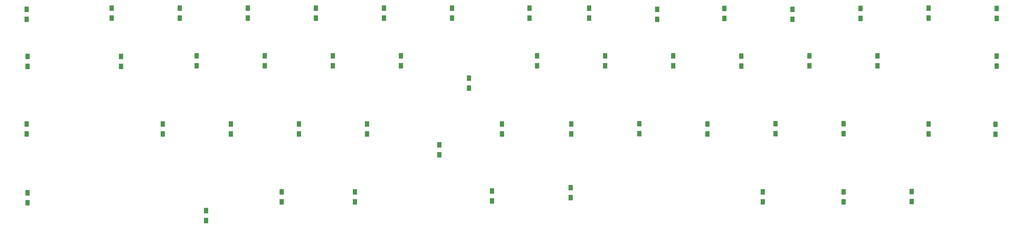
<source format=gbp>
G04 #@! TF.GenerationSoftware,KiCad,Pcbnew,(5.0.0)*
G04 #@! TF.CreationDate,2019-08-23T10:50:58-06:00*
G04 #@! TF.ProjectId,CK50,434B35302E6B696361645F7063620000,rev?*
G04 #@! TF.SameCoordinates,Original*
G04 #@! TF.FileFunction,Paste,Bot*
G04 #@! TF.FilePolarity,Positive*
%FSLAX46Y46*%
G04 Gerber Fmt 4.6, Leading zero omitted, Abs format (unit mm)*
G04 Created by KiCad (PCBNEW (5.0.0)) date 08/23/19 10:50:58*
%MOMM*%
%LPD*%
G01*
G04 APERTURE LIST*
%ADD10R,1.200000X1.600000*%
G04 APERTURE END LIST*
D10*
G04 #@! TO.C,D0*
X195262336Y-108702248D03*
X195262336Y-111502248D03*
G04 #@! TD*
G04 #@! TO.C,D1*
X219074816Y-108404592D03*
X219074816Y-111204592D03*
G04 #@! TD*
G04 #@! TO.C,D2*
X238124800Y-108404592D03*
X238124800Y-111204592D03*
G04 #@! TD*
G04 #@! TO.C,D3*
X257174784Y-108404592D03*
X257174784Y-111204592D03*
G04 #@! TD*
G04 #@! TO.C,D4*
X276224768Y-108404592D03*
X276224768Y-111204592D03*
G04 #@! TD*
G04 #@! TO.C,D5*
X295274752Y-111204592D03*
X295274752Y-108404592D03*
G04 #@! TD*
G04 #@! TO.C,D6*
X314324736Y-108435064D03*
X314324736Y-111235064D03*
G04 #@! TD*
G04 #@! TO.C,D7*
X336053624Y-108435064D03*
X336053624Y-111235064D03*
G04 #@! TD*
G04 #@! TO.C,D8*
X352722360Y-111204592D03*
X352722360Y-108404592D03*
G04 #@! TD*
G04 #@! TO.C,D9*
X371772344Y-111502248D03*
X371772344Y-108702248D03*
G04 #@! TD*
G04 #@! TO.C,D10*
X390524672Y-108465536D03*
X390524672Y-111265536D03*
G04 #@! TD*
G04 #@! TO.C,D11*
X409574656Y-111563192D03*
X409574656Y-108763192D03*
G04 #@! TD*
G04 #@! TO.C,D12*
X428624640Y-108465536D03*
X428624640Y-111265536D03*
G04 #@! TD*
G04 #@! TO.C,D13*
X466724608Y-108465536D03*
X466724608Y-111265536D03*
G04 #@! TD*
G04 #@! TO.C,D14*
X195559992Y-121917864D03*
X195559992Y-124717864D03*
G04 #@! TD*
G04 #@! TO.C,D15*
X221753720Y-124717864D03*
X221753720Y-121917864D03*
G04 #@! TD*
G04 #@! TO.C,D16*
X242887296Y-121799112D03*
X242887296Y-124599112D03*
G04 #@! TD*
G04 #@! TO.C,D17*
X261937280Y-124599112D03*
X261937280Y-121799112D03*
G04 #@! TD*
G04 #@! TO.C,D18*
X280987264Y-121799112D03*
X280987264Y-124599112D03*
G04 #@! TD*
G04 #@! TO.C,D19*
X300037248Y-121799112D03*
X300037248Y-124599112D03*
G04 #@! TD*
G04 #@! TO.C,D20*
X319087232Y-130849888D03*
X319087232Y-128049888D03*
G04 #@! TD*
G04 #@! TO.C,D21*
X338137216Y-124599112D03*
X338137216Y-121799112D03*
G04 #@! TD*
G04 #@! TO.C,D22*
X357187200Y-124599112D03*
X357187200Y-121799112D03*
G04 #@! TD*
G04 #@! TO.C,D23*
X376237184Y-124599112D03*
X376237184Y-121799112D03*
G04 #@! TD*
G04 #@! TO.C,D24*
X395287168Y-121860056D03*
X395287168Y-124660056D03*
G04 #@! TD*
G04 #@! TO.C,D25*
X414337152Y-121799112D03*
X414337152Y-124599112D03*
G04 #@! TD*
G04 #@! TO.C,D26*
X433387136Y-121799112D03*
X433387136Y-124599112D03*
G04 #@! TD*
G04 #@! TO.C,D27*
X447674624Y-111204592D03*
X447674624Y-108404592D03*
G04 #@! TD*
G04 #@! TO.C,D28*
X195262336Y-143710040D03*
X195262336Y-140910040D03*
G04 #@! TD*
G04 #@! TO.C,D29*
X233362304Y-140910040D03*
X233362304Y-143710040D03*
G04 #@! TD*
G04 #@! TO.C,D30*
X252412288Y-143710040D03*
X252412288Y-140910040D03*
G04 #@! TD*
G04 #@! TO.C,D31*
X271462272Y-140910040D03*
X271462272Y-143710040D03*
G04 #@! TD*
G04 #@! TO.C,D32*
X290512256Y-143710040D03*
X290512256Y-140910040D03*
G04 #@! TD*
G04 #@! TO.C,D33*
X310750000Y-146750000D03*
X310750000Y-149550000D03*
G04 #@! TD*
G04 #@! TO.C,D34*
X328314568Y-143710040D03*
X328314568Y-140910040D03*
G04 #@! TD*
G04 #@! TO.C,D35*
X347662208Y-140910040D03*
X347662208Y-143710040D03*
G04 #@! TD*
G04 #@! TO.C,D36*
X366712192Y-143649096D03*
X366712192Y-140849096D03*
G04 #@! TD*
G04 #@! TO.C,D37*
X385762176Y-143710040D03*
X385762176Y-140910040D03*
G04 #@! TD*
G04 #@! TO.C,D38*
X404812160Y-140849096D03*
X404812160Y-143649096D03*
G04 #@! TD*
G04 #@! TO.C,D39*
X423862144Y-143649096D03*
X423862144Y-140849096D03*
G04 #@! TD*
G04 #@! TO.C,D40*
X447674624Y-140910040D03*
X447674624Y-143710040D03*
G04 #@! TD*
G04 #@! TO.C,D41*
X466724608Y-124660056D03*
X466724608Y-121860056D03*
G04 #@! TD*
G04 #@! TO.C,D43*
X245500000Y-165250000D03*
X245500000Y-168050000D03*
G04 #@! TD*
G04 #@! TO.C,D44*
X266699776Y-162729552D03*
X266699776Y-159929552D03*
G04 #@! TD*
G04 #@! TO.C,D45*
X347500000Y-158750000D03*
X347500000Y-161550000D03*
G04 #@! TD*
G04 #@! TO.C,D46*
X423862144Y-162760024D03*
X423862144Y-159960024D03*
G04 #@! TD*
G04 #@! TO.C,D47*
X442912128Y-159899080D03*
X442912128Y-162699080D03*
G04 #@! TD*
G04 #@! TO.C,D48*
X466426952Y-143767848D03*
X466426952Y-140967848D03*
G04 #@! TD*
G04 #@! TO.C,D420*
X195559992Y-160196736D03*
X195559992Y-162996736D03*
G04 #@! TD*
G04 #@! TO.C,D49*
X287147000Y-159940800D03*
X287147000Y-162740800D03*
G04 #@! TD*
G04 #@! TO.C,D50*
X325501000Y-162486800D03*
X325501000Y-159686800D03*
G04 #@! TD*
G04 #@! TO.C,D51*
X401294600Y-159966200D03*
X401294600Y-162766200D03*
G04 #@! TD*
M02*

</source>
